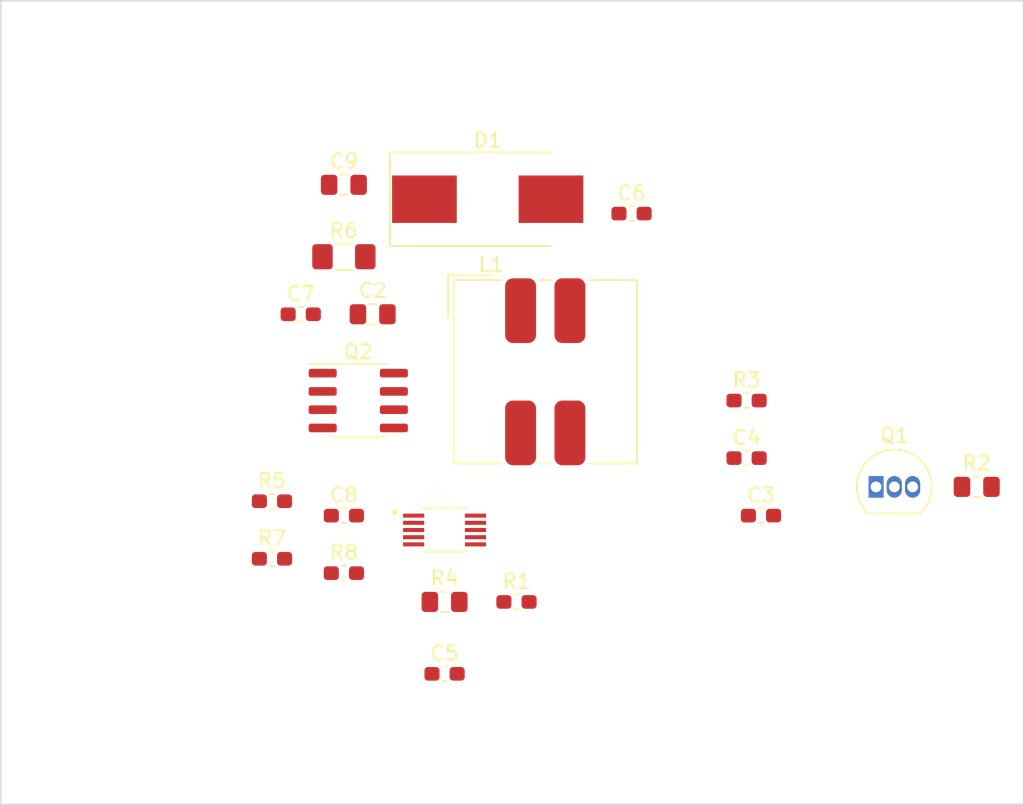
<source format=kicad_pcb>
(kicad_pcb (version 20171130) (host pcbnew "(5.1.6)-1")

  (general
    (thickness 1.6)
    (drawings 4)
    (tracks 0)
    (zones 0)
    (modules 21)
    (nets 16)
  )

  (page A4)
  (layers
    (0 F.Cu signal)
    (31 B.Cu signal)
    (32 B.Adhes user)
    (33 F.Adhes user)
    (34 B.Paste user)
    (35 F.Paste user)
    (36 B.SilkS user)
    (37 F.SilkS user)
    (38 B.Mask user)
    (39 F.Mask user)
    (40 Dwgs.User user)
    (41 Cmts.User user)
    (42 Eco1.User user)
    (43 Eco2.User user)
    (44 Edge.Cuts user)
    (45 Margin user)
    (46 B.CrtYd user)
    (47 F.CrtYd user)
    (48 B.Fab user)
    (49 F.Fab user)
  )

  (setup
    (last_trace_width 0.25)
    (trace_clearance 0.2)
    (zone_clearance 0.508)
    (zone_45_only no)
    (trace_min 0.2)
    (via_size 0.8)
    (via_drill 0.4)
    (via_min_size 0.4)
    (via_min_drill 0.3)
    (uvia_size 0.3)
    (uvia_drill 0.1)
    (uvias_allowed no)
    (uvia_min_size 0.2)
    (uvia_min_drill 0.1)
    (edge_width 0.1)
    (segment_width 0.2)
    (pcb_text_width 0.3)
    (pcb_text_size 1.5 1.5)
    (mod_edge_width 0.15)
    (mod_text_size 1 1)
    (mod_text_width 0.15)
    (pad_size 1.524 1.524)
    (pad_drill 0.762)
    (pad_to_mask_clearance 0)
    (aux_axis_origin 0 0)
    (visible_elements 7FFFFFFF)
    (pcbplotparams
      (layerselection 0x010fc_ffffffff)
      (usegerberextensions false)
      (usegerberattributes true)
      (usegerberadvancedattributes true)
      (creategerberjobfile true)
      (excludeedgelayer true)
      (linewidth 0.100000)
      (plotframeref false)
      (viasonmask false)
      (mode 1)
      (useauxorigin false)
      (hpglpennumber 1)
      (hpglpenspeed 20)
      (hpglpendiameter 15.000000)
      (psnegative false)
      (psa4output false)
      (plotreference true)
      (plotvalue true)
      (plotinvisibletext false)
      (padsonsilk false)
      (subtractmaskfromsilk false)
      (outputformat 1)
      (mirror false)
      (drillshape 1)
      (scaleselection 1)
      (outputdirectory ""))
  )

  (net 0 "")
  (net 1 "/LM3481 SEPIC Converter/VIN")
  (net 2 GNDPWR)
  (net 3 "Net-(C3-Pad1)")
  (net 4 "Net-(C4-Pad1)")
  (net 5 "Net-(C5-Pad1)")
  (net 6 "Net-(C6-Pad1)")
  (net 7 "Net-(C6-Pad2)")
  (net 8 "Net-(C8-Pad1)")
  (net 9 "/LM3481 SEPIC Converter/VOUT")
  (net 10 "Net-(IC1-Pad2)")
  (net 11 "Net-(IC1-Pad4)")
  (net 12 "Net-(IC1-Pad6)")
  (net 13 "Net-(IC1-Pad8)")
  (net 14 "/LM3481 SEPIC Converter/EN")
  (net 15 "Net-(Q2-Pad1)")

  (net_class Default "This is the default net class."
    (clearance 0.2)
    (trace_width 0.25)
    (via_dia 0.8)
    (via_drill 0.4)
    (uvia_dia 0.3)
    (uvia_drill 0.1)
    (add_net "/LM3481 SEPIC Converter/EN")
    (add_net "/LM3481 SEPIC Converter/VIN")
    (add_net "/LM3481 SEPIC Converter/VOUT")
    (add_net GNDPWR)
    (add_net "Net-(C3-Pad1)")
    (add_net "Net-(C4-Pad1)")
    (add_net "Net-(C5-Pad1)")
    (add_net "Net-(C6-Pad1)")
    (add_net "Net-(C6-Pad2)")
    (add_net "Net-(C8-Pad1)")
    (add_net "Net-(IC1-Pad2)")
    (add_net "Net-(IC1-Pad4)")
    (add_net "Net-(IC1-Pad6)")
    (add_net "Net-(IC1-Pad8)")
    (add_net "Net-(Q2-Pad1)")
  )

  (module Capacitor_SMD:C_0805_2012Metric_Pad1.15x1.40mm_HandSolder placed (layer F.Cu) (tedit 5B36C52B) (tstamp 5F89E28C)
    (at 130 98)
    (descr "Capacitor SMD 0805 (2012 Metric), square (rectangular) end terminal, IPC_7351 nominal with elongated pad for handsoldering. (Body size source: https://docs.google.com/spreadsheets/d/1BsfQQcO9C6DZCsRaXUlFlo91Tg2WpOkGARC1WS5S8t0/edit?usp=sharing), generated with kicad-footprint-generator")
    (tags "capacitor handsolder")
    (path /5F842E6C/5F8E5603)
    (attr smd)
    (fp_text reference C2 (at 0 -1.65) (layer F.SilkS)
      (effects (font (size 1 1) (thickness 0.15)))
    )
    (fp_text value 2.2uF (at 0 1.65) (layer F.Fab)
      (effects (font (size 1 1) (thickness 0.15)))
    )
    (fp_line (start 1.85 0.95) (end -1.85 0.95) (layer F.CrtYd) (width 0.05))
    (fp_line (start 1.85 -0.95) (end 1.85 0.95) (layer F.CrtYd) (width 0.05))
    (fp_line (start -1.85 -0.95) (end 1.85 -0.95) (layer F.CrtYd) (width 0.05))
    (fp_line (start -1.85 0.95) (end -1.85 -0.95) (layer F.CrtYd) (width 0.05))
    (fp_line (start -0.261252 0.71) (end 0.261252 0.71) (layer F.SilkS) (width 0.12))
    (fp_line (start -0.261252 -0.71) (end 0.261252 -0.71) (layer F.SilkS) (width 0.12))
    (fp_line (start 1 0.6) (end -1 0.6) (layer F.Fab) (width 0.1))
    (fp_line (start 1 -0.6) (end 1 0.6) (layer F.Fab) (width 0.1))
    (fp_line (start -1 -0.6) (end 1 -0.6) (layer F.Fab) (width 0.1))
    (fp_line (start -1 0.6) (end -1 -0.6) (layer F.Fab) (width 0.1))
    (fp_text user %R (at 0 0) (layer F.Fab)
      (effects (font (size 0.5 0.5) (thickness 0.08)))
    )
    (pad 1 smd roundrect (at -1.025 0) (size 1.15 1.4) (layers F.Cu F.Paste F.Mask) (roundrect_rratio 0.217391)
      (net 1 "/LM3481 SEPIC Converter/VIN"))
    (pad 2 smd roundrect (at 1.025 0) (size 1.15 1.4) (layers F.Cu F.Paste F.Mask) (roundrect_rratio 0.217391)
      (net 2 GNDPWR))
    (model ${KISYS3DMOD}/Capacitor_SMD.3dshapes/C_0805_2012Metric.wrl
      (at (xyz 0 0 0))
      (scale (xyz 1 1 1))
      (rotate (xyz 0 0 0))
    )
  )

  (module Capacitor_SMD:C_0603_1608Metric_Pad1.05x0.95mm_HandSolder placed (layer F.Cu) (tedit 5B301BBE) (tstamp 5F89E29D)
    (at 157 112)
    (descr "Capacitor SMD 0603 (1608 Metric), square (rectangular) end terminal, IPC_7351 nominal with elongated pad for handsoldering. (Body size source: http://www.tortai-tech.com/upload/download/2011102023233369053.pdf), generated with kicad-footprint-generator")
    (tags "capacitor handsolder")
    (path /5F842E6C/5F8ACB1D)
    (attr smd)
    (fp_text reference C3 (at 0 -1.43) (layer F.SilkS)
      (effects (font (size 1 1) (thickness 0.15)))
    )
    (fp_text value 1.2nF (at 0 1.43) (layer F.Fab)
      (effects (font (size 1 1) (thickness 0.15)))
    )
    (fp_line (start -0.8 0.4) (end -0.8 -0.4) (layer F.Fab) (width 0.1))
    (fp_line (start -0.8 -0.4) (end 0.8 -0.4) (layer F.Fab) (width 0.1))
    (fp_line (start 0.8 -0.4) (end 0.8 0.4) (layer F.Fab) (width 0.1))
    (fp_line (start 0.8 0.4) (end -0.8 0.4) (layer F.Fab) (width 0.1))
    (fp_line (start -0.171267 -0.51) (end 0.171267 -0.51) (layer F.SilkS) (width 0.12))
    (fp_line (start -0.171267 0.51) (end 0.171267 0.51) (layer F.SilkS) (width 0.12))
    (fp_line (start -1.65 0.73) (end -1.65 -0.73) (layer F.CrtYd) (width 0.05))
    (fp_line (start -1.65 -0.73) (end 1.65 -0.73) (layer F.CrtYd) (width 0.05))
    (fp_line (start 1.65 -0.73) (end 1.65 0.73) (layer F.CrtYd) (width 0.05))
    (fp_line (start 1.65 0.73) (end -1.65 0.73) (layer F.CrtYd) (width 0.05))
    (fp_text user %R (at 0 0) (layer F.Fab)
      (effects (font (size 0.4 0.4) (thickness 0.06)))
    )
    (pad 2 smd roundrect (at 0.875 0) (size 1.05 0.95) (layers F.Cu F.Paste F.Mask) (roundrect_rratio 0.25)
      (net 2 GNDPWR))
    (pad 1 smd roundrect (at -0.875 0) (size 1.05 0.95) (layers F.Cu F.Paste F.Mask) (roundrect_rratio 0.25)
      (net 3 "Net-(C3-Pad1)"))
    (model ${KISYS3DMOD}/Capacitor_SMD.3dshapes/C_0603_1608Metric.wrl
      (at (xyz 0 0 0))
      (scale (xyz 1 1 1))
      (rotate (xyz 0 0 0))
    )
  )

  (module Capacitor_SMD:C_0603_1608Metric_Pad1.05x0.95mm_HandSolder placed (layer F.Cu) (tedit 5B301BBE) (tstamp 5F89E2AE)
    (at 156 108)
    (descr "Capacitor SMD 0603 (1608 Metric), square (rectangular) end terminal, IPC_7351 nominal with elongated pad for handsoldering. (Body size source: http://www.tortai-tech.com/upload/download/2011102023233369053.pdf), generated with kicad-footprint-generator")
    (tags "capacitor handsolder")
    (path /5F842E6C/5F8AD2F2)
    (attr smd)
    (fp_text reference C4 (at 0 -1.43) (layer F.SilkS)
      (effects (font (size 1 1) (thickness 0.15)))
    )
    (fp_text value 330nF (at 0 1.43) (layer F.Fab)
      (effects (font (size 1 1) (thickness 0.15)))
    )
    (fp_line (start 1.65 0.73) (end -1.65 0.73) (layer F.CrtYd) (width 0.05))
    (fp_line (start 1.65 -0.73) (end 1.65 0.73) (layer F.CrtYd) (width 0.05))
    (fp_line (start -1.65 -0.73) (end 1.65 -0.73) (layer F.CrtYd) (width 0.05))
    (fp_line (start -1.65 0.73) (end -1.65 -0.73) (layer F.CrtYd) (width 0.05))
    (fp_line (start -0.171267 0.51) (end 0.171267 0.51) (layer F.SilkS) (width 0.12))
    (fp_line (start -0.171267 -0.51) (end 0.171267 -0.51) (layer F.SilkS) (width 0.12))
    (fp_line (start 0.8 0.4) (end -0.8 0.4) (layer F.Fab) (width 0.1))
    (fp_line (start 0.8 -0.4) (end 0.8 0.4) (layer F.Fab) (width 0.1))
    (fp_line (start -0.8 -0.4) (end 0.8 -0.4) (layer F.Fab) (width 0.1))
    (fp_line (start -0.8 0.4) (end -0.8 -0.4) (layer F.Fab) (width 0.1))
    (fp_text user %R (at 0 0) (layer F.Fab)
      (effects (font (size 0.4 0.4) (thickness 0.06)))
    )
    (pad 1 smd roundrect (at -0.875 0) (size 1.05 0.95) (layers F.Cu F.Paste F.Mask) (roundrect_rratio 0.25)
      (net 4 "Net-(C4-Pad1)"))
    (pad 2 smd roundrect (at 0.875 0) (size 1.05 0.95) (layers F.Cu F.Paste F.Mask) (roundrect_rratio 0.25)
      (net 2 GNDPWR))
    (model ${KISYS3DMOD}/Capacitor_SMD.3dshapes/C_0603_1608Metric.wrl
      (at (xyz 0 0 0))
      (scale (xyz 1 1 1))
      (rotate (xyz 0 0 0))
    )
  )

  (module Capacitor_SMD:C_0603_1608Metric_Pad1.05x0.95mm_HandSolder placed (layer F.Cu) (tedit 5B301BBE) (tstamp 5F89E2BF)
    (at 135 123)
    (descr "Capacitor SMD 0603 (1608 Metric), square (rectangular) end terminal, IPC_7351 nominal with elongated pad for handsoldering. (Body size source: http://www.tortai-tech.com/upload/download/2011102023233369053.pdf), generated with kicad-footprint-generator")
    (tags "capacitor handsolder")
    (path /5F842E6C/5F87EF23)
    (attr smd)
    (fp_text reference C5 (at 0 -1.43) (layer F.SilkS)
      (effects (font (size 1 1) (thickness 0.15)))
    )
    (fp_text value 470nF (at 0 1.43) (layer F.Fab)
      (effects (font (size 1 1) (thickness 0.15)))
    )
    (fp_line (start 1.65 0.73) (end -1.65 0.73) (layer F.CrtYd) (width 0.05))
    (fp_line (start 1.65 -0.73) (end 1.65 0.73) (layer F.CrtYd) (width 0.05))
    (fp_line (start -1.65 -0.73) (end 1.65 -0.73) (layer F.CrtYd) (width 0.05))
    (fp_line (start -1.65 0.73) (end -1.65 -0.73) (layer F.CrtYd) (width 0.05))
    (fp_line (start -0.171267 0.51) (end 0.171267 0.51) (layer F.SilkS) (width 0.12))
    (fp_line (start -0.171267 -0.51) (end 0.171267 -0.51) (layer F.SilkS) (width 0.12))
    (fp_line (start 0.8 0.4) (end -0.8 0.4) (layer F.Fab) (width 0.1))
    (fp_line (start 0.8 -0.4) (end 0.8 0.4) (layer F.Fab) (width 0.1))
    (fp_line (start -0.8 -0.4) (end 0.8 -0.4) (layer F.Fab) (width 0.1))
    (fp_line (start -0.8 0.4) (end -0.8 -0.4) (layer F.Fab) (width 0.1))
    (fp_text user %R (at 0 0) (layer F.Fab)
      (effects (font (size 0.4 0.4) (thickness 0.06)))
    )
    (pad 1 smd roundrect (at -0.875 0) (size 1.05 0.95) (layers F.Cu F.Paste F.Mask) (roundrect_rratio 0.25)
      (net 5 "Net-(C5-Pad1)"))
    (pad 2 smd roundrect (at 0.875 0) (size 1.05 0.95) (layers F.Cu F.Paste F.Mask) (roundrect_rratio 0.25)
      (net 2 GNDPWR))
    (model ${KISYS3DMOD}/Capacitor_SMD.3dshapes/C_0603_1608Metric.wrl
      (at (xyz 0 0 0))
      (scale (xyz 1 1 1))
      (rotate (xyz 0 0 0))
    )
  )

  (module Capacitor_SMD:C_0603_1608Metric_Pad1.05x0.95mm_HandSolder placed (layer F.Cu) (tedit 5B301BBE) (tstamp 5F89E2D0)
    (at 148 91)
    (descr "Capacitor SMD 0603 (1608 Metric), square (rectangular) end terminal, IPC_7351 nominal with elongated pad for handsoldering. (Body size source: http://www.tortai-tech.com/upload/download/2011102023233369053.pdf), generated with kicad-footprint-generator")
    (tags "capacitor handsolder")
    (path /5F842E6C/5F85BFDA)
    (attr smd)
    (fp_text reference C6 (at 0 -1.43) (layer F.SilkS)
      (effects (font (size 1 1) (thickness 0.15)))
    )
    (fp_text value 4.7uF (at 0 1.43) (layer F.Fab)
      (effects (font (size 1 1) (thickness 0.15)))
    )
    (fp_line (start 1.65 0.73) (end -1.65 0.73) (layer F.CrtYd) (width 0.05))
    (fp_line (start 1.65 -0.73) (end 1.65 0.73) (layer F.CrtYd) (width 0.05))
    (fp_line (start -1.65 -0.73) (end 1.65 -0.73) (layer F.CrtYd) (width 0.05))
    (fp_line (start -1.65 0.73) (end -1.65 -0.73) (layer F.CrtYd) (width 0.05))
    (fp_line (start -0.171267 0.51) (end 0.171267 0.51) (layer F.SilkS) (width 0.12))
    (fp_line (start -0.171267 -0.51) (end 0.171267 -0.51) (layer F.SilkS) (width 0.12))
    (fp_line (start 0.8 0.4) (end -0.8 0.4) (layer F.Fab) (width 0.1))
    (fp_line (start 0.8 -0.4) (end 0.8 0.4) (layer F.Fab) (width 0.1))
    (fp_line (start -0.8 -0.4) (end 0.8 -0.4) (layer F.Fab) (width 0.1))
    (fp_line (start -0.8 0.4) (end -0.8 -0.4) (layer F.Fab) (width 0.1))
    (fp_text user %R (at 0 0) (layer F.Fab)
      (effects (font (size 0.4 0.4) (thickness 0.06)))
    )
    (pad 1 smd roundrect (at -0.875 0) (size 1.05 0.95) (layers F.Cu F.Paste F.Mask) (roundrect_rratio 0.25)
      (net 6 "Net-(C6-Pad1)"))
    (pad 2 smd roundrect (at 0.875 0) (size 1.05 0.95) (layers F.Cu F.Paste F.Mask) (roundrect_rratio 0.25)
      (net 7 "Net-(C6-Pad2)"))
    (model ${KISYS3DMOD}/Capacitor_SMD.3dshapes/C_0603_1608Metric.wrl
      (at (xyz 0 0 0))
      (scale (xyz 1 1 1))
      (rotate (xyz 0 0 0))
    )
  )

  (module Capacitor_SMD:C_0603_1608Metric_Pad1.05x0.95mm_HandSolder placed (layer F.Cu) (tedit 5B301BBE) (tstamp 5F89E2E1)
    (at 125 98)
    (descr "Capacitor SMD 0603 (1608 Metric), square (rectangular) end terminal, IPC_7351 nominal with elongated pad for handsoldering. (Body size source: http://www.tortai-tech.com/upload/download/2011102023233369053.pdf), generated with kicad-footprint-generator")
    (tags "capacitor handsolder")
    (path /5F842E6C/5F8D7CD8)
    (attr smd)
    (fp_text reference C7 (at 0 -1.43) (layer F.SilkS)
      (effects (font (size 1 1) (thickness 0.15)))
    )
    (fp_text value 100nF (at 0 1.43) (layer F.Fab)
      (effects (font (size 1 1) (thickness 0.15)))
    )
    (fp_line (start -0.8 0.4) (end -0.8 -0.4) (layer F.Fab) (width 0.1))
    (fp_line (start -0.8 -0.4) (end 0.8 -0.4) (layer F.Fab) (width 0.1))
    (fp_line (start 0.8 -0.4) (end 0.8 0.4) (layer F.Fab) (width 0.1))
    (fp_line (start 0.8 0.4) (end -0.8 0.4) (layer F.Fab) (width 0.1))
    (fp_line (start -0.171267 -0.51) (end 0.171267 -0.51) (layer F.SilkS) (width 0.12))
    (fp_line (start -0.171267 0.51) (end 0.171267 0.51) (layer F.SilkS) (width 0.12))
    (fp_line (start -1.65 0.73) (end -1.65 -0.73) (layer F.CrtYd) (width 0.05))
    (fp_line (start -1.65 -0.73) (end 1.65 -0.73) (layer F.CrtYd) (width 0.05))
    (fp_line (start 1.65 -0.73) (end 1.65 0.73) (layer F.CrtYd) (width 0.05))
    (fp_line (start 1.65 0.73) (end -1.65 0.73) (layer F.CrtYd) (width 0.05))
    (fp_text user %R (at 0 0) (layer F.Fab)
      (effects (font (size 0.4 0.4) (thickness 0.06)))
    )
    (pad 2 smd roundrect (at 0.875 0) (size 1.05 0.95) (layers F.Cu F.Paste F.Mask) (roundrect_rratio 0.25)
      (net 2 GNDPWR))
    (pad 1 smd roundrect (at -0.875 0) (size 1.05 0.95) (layers F.Cu F.Paste F.Mask) (roundrect_rratio 0.25)
      (net 1 "/LM3481 SEPIC Converter/VIN"))
    (model ${KISYS3DMOD}/Capacitor_SMD.3dshapes/C_0603_1608Metric.wrl
      (at (xyz 0 0 0))
      (scale (xyz 1 1 1))
      (rotate (xyz 0 0 0))
    )
  )

  (module Capacitor_SMD:C_0603_1608Metric_Pad1.05x0.95mm_HandSolder placed (layer F.Cu) (tedit 5B301BBE) (tstamp 5F89E2F2)
    (at 128 112)
    (descr "Capacitor SMD 0603 (1608 Metric), square (rectangular) end terminal, IPC_7351 nominal with elongated pad for handsoldering. (Body size source: http://www.tortai-tech.com/upload/download/2011102023233369053.pdf), generated with kicad-footprint-generator")
    (tags "capacitor handsolder")
    (path /5F842E6C/5F89A682)
    (attr smd)
    (fp_text reference C8 (at 0 -1.43) (layer F.SilkS)
      (effects (font (size 1 1) (thickness 0.15)))
    )
    (fp_text value 470pF (at 0 1.43) (layer F.Fab)
      (effects (font (size 1 1) (thickness 0.15)))
    )
    (fp_line (start -0.8 0.4) (end -0.8 -0.4) (layer F.Fab) (width 0.1))
    (fp_line (start -0.8 -0.4) (end 0.8 -0.4) (layer F.Fab) (width 0.1))
    (fp_line (start 0.8 -0.4) (end 0.8 0.4) (layer F.Fab) (width 0.1))
    (fp_line (start 0.8 0.4) (end -0.8 0.4) (layer F.Fab) (width 0.1))
    (fp_line (start -0.171267 -0.51) (end 0.171267 -0.51) (layer F.SilkS) (width 0.12))
    (fp_line (start -0.171267 0.51) (end 0.171267 0.51) (layer F.SilkS) (width 0.12))
    (fp_line (start -1.65 0.73) (end -1.65 -0.73) (layer F.CrtYd) (width 0.05))
    (fp_line (start -1.65 -0.73) (end 1.65 -0.73) (layer F.CrtYd) (width 0.05))
    (fp_line (start 1.65 -0.73) (end 1.65 0.73) (layer F.CrtYd) (width 0.05))
    (fp_line (start 1.65 0.73) (end -1.65 0.73) (layer F.CrtYd) (width 0.05))
    (fp_text user %R (at 0 0) (layer F.Fab)
      (effects (font (size 0.4 0.4) (thickness 0.06)))
    )
    (pad 2 smd roundrect (at 0.875 0) (size 1.05 0.95) (layers F.Cu F.Paste F.Mask) (roundrect_rratio 0.25)
      (net 2 GNDPWR))
    (pad 1 smd roundrect (at -0.875 0) (size 1.05 0.95) (layers F.Cu F.Paste F.Mask) (roundrect_rratio 0.25)
      (net 8 "Net-(C8-Pad1)"))
    (model ${KISYS3DMOD}/Capacitor_SMD.3dshapes/C_0603_1608Metric.wrl
      (at (xyz 0 0 0))
      (scale (xyz 1 1 1))
      (rotate (xyz 0 0 0))
    )
  )

  (module Capacitor_SMD:C_0805_2012Metric_Pad1.15x1.40mm_HandSolder placed (layer F.Cu) (tedit 5B36C52B) (tstamp 5F89E303)
    (at 128 89)
    (descr "Capacitor SMD 0805 (2012 Metric), square (rectangular) end terminal, IPC_7351 nominal with elongated pad for handsoldering. (Body size source: https://docs.google.com/spreadsheets/d/1BsfQQcO9C6DZCsRaXUlFlo91Tg2WpOkGARC1WS5S8t0/edit?usp=sharing), generated with kicad-footprint-generator")
    (tags "capacitor handsolder")
    (path /5F842E6C/5F854916)
    (attr smd)
    (fp_text reference C9 (at 0 -1.65) (layer F.SilkS)
      (effects (font (size 1 1) (thickness 0.15)))
    )
    (fp_text value 2.2u (at 0 1.65) (layer F.Fab)
      (effects (font (size 1 1) (thickness 0.15)))
    )
    (fp_line (start -1 0.6) (end -1 -0.6) (layer F.Fab) (width 0.1))
    (fp_line (start -1 -0.6) (end 1 -0.6) (layer F.Fab) (width 0.1))
    (fp_line (start 1 -0.6) (end 1 0.6) (layer F.Fab) (width 0.1))
    (fp_line (start 1 0.6) (end -1 0.6) (layer F.Fab) (width 0.1))
    (fp_line (start -0.261252 -0.71) (end 0.261252 -0.71) (layer F.SilkS) (width 0.12))
    (fp_line (start -0.261252 0.71) (end 0.261252 0.71) (layer F.SilkS) (width 0.12))
    (fp_line (start -1.85 0.95) (end -1.85 -0.95) (layer F.CrtYd) (width 0.05))
    (fp_line (start -1.85 -0.95) (end 1.85 -0.95) (layer F.CrtYd) (width 0.05))
    (fp_line (start 1.85 -0.95) (end 1.85 0.95) (layer F.CrtYd) (width 0.05))
    (fp_line (start 1.85 0.95) (end -1.85 0.95) (layer F.CrtYd) (width 0.05))
    (fp_text user %R (at 0 0) (layer F.Fab)
      (effects (font (size 0.5 0.5) (thickness 0.08)))
    )
    (pad 2 smd roundrect (at 1.025 0) (size 1.15 1.4) (layers F.Cu F.Paste F.Mask) (roundrect_rratio 0.217391)
      (net 2 GNDPWR))
    (pad 1 smd roundrect (at -1.025 0) (size 1.15 1.4) (layers F.Cu F.Paste F.Mask) (roundrect_rratio 0.217391)
      (net 9 "/LM3481 SEPIC Converter/VOUT"))
    (model ${KISYS3DMOD}/Capacitor_SMD.3dshapes/C_0805_2012Metric.wrl
      (at (xyz 0 0 0))
      (scale (xyz 1 1 1))
      (rotate (xyz 0 0 0))
    )
  )

  (module Diode_SMD:D_SMC_Handsoldering placed (layer F.Cu) (tedit 58642B03) (tstamp 5F89E31B)
    (at 138 90)
    (descr "Diode SMC (DO-214AB) Handsoldering")
    (tags "Diode SMC (DO-214AB) Handsoldering")
    (path /5F842E6C/5F856C41)
    (attr smd)
    (fp_text reference D1 (at 0 -4.1) (layer F.SilkS)
      (effects (font (size 1 1) (thickness 0.15)))
    )
    (fp_text value D_Schottky (at 0 4.2) (layer F.Fab)
      (effects (font (size 1 1) (thickness 0.15)))
    )
    (fp_line (start -6.8 -3.25) (end 4.4 -3.25) (layer F.SilkS) (width 0.12))
    (fp_line (start -6.8 3.25) (end 4.4 3.25) (layer F.SilkS) (width 0.12))
    (fp_line (start -0.64944 0.00102) (end 0.50118 -0.79908) (layer F.Fab) (width 0.1))
    (fp_line (start -0.64944 0.00102) (end 0.50118 0.75032) (layer F.Fab) (width 0.1))
    (fp_line (start 0.50118 0.75032) (end 0.50118 -0.79908) (layer F.Fab) (width 0.1))
    (fp_line (start -0.64944 -0.79908) (end -0.64944 0.80112) (layer F.Fab) (width 0.1))
    (fp_line (start 0.50118 0.00102) (end 1.4994 0.00102) (layer F.Fab) (width 0.1))
    (fp_line (start -0.64944 0.00102) (end -1.55114 0.00102) (layer F.Fab) (width 0.1))
    (fp_line (start -6.9 3.35) (end -6.9 -3.35) (layer F.CrtYd) (width 0.05))
    (fp_line (start 6.9 3.35) (end -6.9 3.35) (layer F.CrtYd) (width 0.05))
    (fp_line (start 6.9 -3.35) (end 6.9 3.35) (layer F.CrtYd) (width 0.05))
    (fp_line (start -6.9 -3.35) (end 6.9 -3.35) (layer F.CrtYd) (width 0.05))
    (fp_line (start 3.55 -3.1) (end -3.55 -3.1) (layer F.Fab) (width 0.1))
    (fp_line (start 3.55 -3.1) (end 3.55 3.1) (layer F.Fab) (width 0.1))
    (fp_line (start -3.55 3.1) (end -3.55 -3.1) (layer F.Fab) (width 0.1))
    (fp_line (start 3.55 3.1) (end -3.55 3.1) (layer F.Fab) (width 0.1))
    (fp_line (start -6.8 3.25) (end -6.8 -3.25) (layer F.SilkS) (width 0.12))
    (fp_text user %R (at 0 -1.5) (layer F.Fab)
      (effects (font (size 1 1) (thickness 0.15)))
    )
    (pad 1 smd rect (at -4.4 0 90) (size 3.3 4.5) (layers F.Cu F.Paste F.Mask)
      (net 9 "/LM3481 SEPIC Converter/VOUT"))
    (pad 2 smd rect (at 4.4 0 90) (size 3.3 4.5) (layers F.Cu F.Paste F.Mask)
      (net 7 "Net-(C6-Pad2)"))
    (model ${KISYS3DMOD}/Diode_SMD.3dshapes/D_SMC.wrl
      (at (xyz 0 0 0))
      (scale (xyz 1 1 1))
      (rotate (xyz 0 0 0))
    )
  )

  (module "LED Power Board parts:SOP50P490X110-10N" placed (layer F.Cu) (tedit 5F897FA6) (tstamp 5F89E335)
    (at 135 113)
    (path /5F842E6C/5F843133)
    (fp_text reference IC1 (at -0.46 -2.508) (layer F.SilkS)
      (effects (font (size 0.8 0.8) (thickness 0.015)))
    )
    (fp_text value LM3481MM (at 5.636 2.508) (layer F.Fab)
      (effects (font (size 0.8 0.8) (thickness 0.015)))
    )
    (fp_line (start 3.135 -1.75) (end 3.135 1.75) (layer F.CrtYd) (width 0.05))
    (fp_line (start -3.135 -1.75) (end -3.135 1.75) (layer F.CrtYd) (width 0.05))
    (fp_line (start -3.135 1.75) (end 3.135 1.75) (layer F.CrtYd) (width 0.05))
    (fp_line (start -3.135 -1.75) (end 3.135 -1.75) (layer F.CrtYd) (width 0.05))
    (fp_line (start 1.5 -1.5) (end 1.5 1.5) (layer F.Fab) (width 0.127))
    (fp_line (start -1.5 -1.5) (end -1.5 1.5) (layer F.Fab) (width 0.127))
    (fp_line (start -1.5 1.5) (end 1.5 1.5) (layer F.SilkS) (width 0.127))
    (fp_line (start -1.5 -1.5) (end 1.5 -1.5) (layer F.SilkS) (width 0.127))
    (fp_line (start -1.5 1.5) (end 1.5 1.5) (layer F.Fab) (width 0.127))
    (fp_line (start -1.5 -1.5) (end 1.5 -1.5) (layer F.Fab) (width 0.127))
    (fp_circle (center -3.5 -1.25) (end -3.4 -1.25) (layer F.Fab) (width 0.2))
    (fp_circle (center -3.5 -1.25) (end -3.4 -1.25) (layer F.SilkS) (width 0.2))
    (pad 1 smd rect (at -2.15 -1) (size 1.47 0.28) (layers F.Cu F.Paste F.Mask)
      (net 8 "Net-(C8-Pad1)"))
    (pad 2 smd rect (at -2.15 -0.5) (size 1.47 0.28) (layers F.Cu F.Paste F.Mask)
      (net 10 "Net-(IC1-Pad2)"))
    (pad 3 smd rect (at -2.15 0) (size 1.47 0.28) (layers F.Cu F.Paste F.Mask)
      (net 4 "Net-(C4-Pad1)"))
    (pad 4 smd rect (at -2.15 0.5) (size 1.47 0.28) (layers F.Cu F.Paste F.Mask)
      (net 11 "Net-(IC1-Pad4)"))
    (pad 5 smd rect (at -2.15 1) (size 1.47 0.28) (layers F.Cu F.Paste F.Mask)
      (net 2 GNDPWR))
    (pad 6 smd rect (at 2.15 1) (size 1.47 0.28) (layers F.Cu F.Paste F.Mask)
      (net 12 "Net-(IC1-Pad6)"))
    (pad 7 smd rect (at 2.15 0.5) (size 1.47 0.28) (layers F.Cu F.Paste F.Mask)
      (net 2 GNDPWR))
    (pad 8 smd rect (at 2.15 0) (size 1.47 0.28) (layers F.Cu F.Paste F.Mask)
      (net 13 "Net-(IC1-Pad8)"))
    (pad 9 smd rect (at 2.15 -0.5) (size 1.47 0.28) (layers F.Cu F.Paste F.Mask)
      (net 5 "Net-(C5-Pad1)"))
    (pad 10 smd rect (at 2.15 -1) (size 1.47 0.28) (layers F.Cu F.Paste F.Mask)
      (net 1 "/LM3481 SEPIC Converter/VIN"))
  )

  (module Inductor_SMD:L_Bourns_SRF1260 placed (layer F.Cu) (tedit 5E70CFE0) (tstamp 5F89E361)
    (at 142 102)
    (descr "Inductor, Bourns, SRF1260, 12.5mmx12.5mm (Script generated with StandardBox.py) (https://www.bourns.com/docs/Product-Datasheets/SRF1260.pdf)")
    (tags "Inductor Bourns_SRF1260")
    (path /5F842E6C/5F857E44)
    (attr smd)
    (fp_text reference L1 (at -3.75 -7.45) (layer F.SilkS)
      (effects (font (size 1 1) (thickness 0.15)))
    )
    (fp_text value SRF1260-6R8YCT-ND (at 0 7.25) (layer F.Fab)
      (effects (font (size 1 1) (thickness 0.15)))
    )
    (fp_line (start -6.5 -6.5) (end -6.5 6.5) (layer F.CrtYd) (width 0.05))
    (fp_line (start 3.04 6.5) (end 6.5 6.5) (layer F.CrtYd) (width 0.05))
    (fp_line (start 3.04 6.75) (end 3.04 6.5) (layer F.CrtYd) (width 0.05))
    (fp_line (start 0.39 6.75) (end 3.04 6.75) (layer F.CrtYd) (width 0.05))
    (fp_line (start 0.39 6.5) (end 0.39 6.75) (layer F.CrtYd) (width 0.05))
    (fp_line (start -0.39 6.5) (end 0.39 6.5) (layer F.CrtYd) (width 0.05))
    (fp_line (start -0.39 6.75) (end -0.39 6.5) (layer F.CrtYd) (width 0.05))
    (fp_line (start -3.04 6.75) (end -0.39 6.75) (layer F.CrtYd) (width 0.05))
    (fp_line (start -3.04 6.5) (end -3.04 6.75) (layer F.CrtYd) (width 0.05))
    (fp_line (start -6.5 6.5) (end -3.04 6.5) (layer F.CrtYd) (width 0.05))
    (fp_line (start 6.5 -6.5) (end 6.5 6.5) (layer F.CrtYd) (width 0.05))
    (fp_line (start 3.04 -6.5) (end 6.5 -6.5) (layer F.CrtYd) (width 0.05))
    (fp_line (start 3.04 -6.75) (end 3.04 -6.5) (layer F.CrtYd) (width 0.05))
    (fp_line (start 0.39 -6.75) (end 3.04 -6.75) (layer F.CrtYd) (width 0.05))
    (fp_line (start 0.39 -6.5) (end 0.39 -6.75) (layer F.CrtYd) (width 0.05))
    (fp_line (start -0.39 -6.5) (end 0.39 -6.5) (layer F.CrtYd) (width 0.05))
    (fp_line (start -0.39 -6.75) (end -0.39 -6.5) (layer F.CrtYd) (width 0.05))
    (fp_line (start -3.04 -6.75) (end -0.39 -6.75) (layer F.CrtYd) (width 0.05))
    (fp_line (start -3.04 -6.5) (end -3.04 -6.75) (layer F.CrtYd) (width 0.05))
    (fp_line (start -6.5 -6.5) (end -3.04 -6.5) (layer F.CrtYd) (width 0.05))
    (fp_line (start -6.37 -6.37) (end -6.37 6.37) (layer F.SilkS) (width 0.12))
    (fp_line (start 3.04 6.37) (end 6.37 6.37) (layer F.SilkS) (width 0.12))
    (fp_line (start -0.39 6.37) (end 0.39 6.37) (layer F.SilkS) (width 0.12))
    (fp_line (start -6.37 6.37) (end -3.04 6.37) (layer F.SilkS) (width 0.12))
    (fp_line (start 6.37 -6.37) (end 6.37 6.37) (layer F.SilkS) (width 0.12))
    (fp_line (start 3.04 -6.37) (end 6.37 -6.37) (layer F.SilkS) (width 0.12))
    (fp_line (start -0.39 -6.37) (end 0.39 -6.37) (layer F.SilkS) (width 0.12))
    (fp_line (start -6.37 -6.37) (end -3.04 -6.37) (layer F.SilkS) (width 0.12))
    (fp_line (start -6.75 -6.75) (end -3.75 -6.75) (layer F.SilkS) (width 0.12))
    (fp_line (start -6.75 -3.75) (end -6.75 -6.75) (layer F.SilkS) (width 0.12))
    (fp_line (start -6.25 -5.25) (end -5.25 -6.25) (layer F.Fab) (width 0.1))
    (fp_line (start -6.25 6.25) (end -6.25 -5.25) (layer F.Fab) (width 0.1))
    (fp_line (start 6.25 6.25) (end -6.25 6.25) (layer F.Fab) (width 0.1))
    (fp_line (start 6.25 -6.25) (end 6.25 6.25) (layer F.Fab) (width 0.1))
    (fp_line (start -5.25 -6.25) (end 6.25 -6.25) (layer F.Fab) (width 0.1))
    (fp_text user %R (at 0 0) (layer F.Fab)
      (effects (font (size 1 1) (thickness 0.15)))
    )
    (pad 1 smd roundrect (at -1.715 -4.25) (size 2.15 4.5) (layers F.Cu F.Paste F.Mask) (roundrect_rratio 0.25)
      (net 2 GNDPWR))
    (pad 2 smd roundrect (at 1.715 -4.25) (size 2.15 4.5) (layers F.Cu F.Paste F.Mask) (roundrect_rratio 0.25)
      (net 7 "Net-(C6-Pad2)"))
    (pad 3 smd roundrect (at 1.715 4.25) (size 2.15 4.5) (layers F.Cu F.Paste F.Mask) (roundrect_rratio 0.25)
      (net 1 "/LM3481 SEPIC Converter/VIN"))
    (pad 4 smd roundrect (at -1.715 4.25) (size 2.15 4.5) (layers F.Cu F.Paste F.Mask) (roundrect_rratio 0.25)
      (net 6 "Net-(C6-Pad1)"))
    (model ${KISYS3DMOD}/Inductor_SMD.3dshapes/L_Bourns_SRF1260.wrl
      (at (xyz 0 0 0))
      (scale (xyz 1 1 1))
      (rotate (xyz 0 0 0))
    )
  )

  (module Package_TO_SOT_THT:TO-92_Inline placed (layer F.Cu) (tedit 5A1DD157) (tstamp 5F89E373)
    (at 165 110)
    (descr "TO-92 leads in-line, narrow, oval pads, drill 0.75mm (see NXP sot054_po.pdf)")
    (tags "to-92 sc-43 sc-43a sot54 PA33 transistor")
    (path /5F842E6C/5F855EA7)
    (fp_text reference Q1 (at 1.27 -3.56) (layer F.SilkS)
      (effects (font (size 1 1) (thickness 0.15)))
    )
    (fp_text value 2N7000 (at 1.27 2.79) (layer F.Fab)
      (effects (font (size 1 1) (thickness 0.15)))
    )
    (fp_line (start 4 2.01) (end -1.46 2.01) (layer F.CrtYd) (width 0.05))
    (fp_line (start 4 2.01) (end 4 -2.73) (layer F.CrtYd) (width 0.05))
    (fp_line (start -1.46 -2.73) (end -1.46 2.01) (layer F.CrtYd) (width 0.05))
    (fp_line (start -1.46 -2.73) (end 4 -2.73) (layer F.CrtYd) (width 0.05))
    (fp_line (start -0.5 1.75) (end 3 1.75) (layer F.Fab) (width 0.1))
    (fp_line (start -0.53 1.85) (end 3.07 1.85) (layer F.SilkS) (width 0.12))
    (fp_text user %R (at 1.27 -3.56) (layer F.Fab)
      (effects (font (size 1 1) (thickness 0.15)))
    )
    (fp_arc (start 1.27 0) (end 1.27 -2.48) (angle 135) (layer F.Fab) (width 0.1))
    (fp_arc (start 1.27 0) (end 1.27 -2.6) (angle -135) (layer F.SilkS) (width 0.12))
    (fp_arc (start 1.27 0) (end 1.27 -2.48) (angle -135) (layer F.Fab) (width 0.1))
    (fp_arc (start 1.27 0) (end 1.27 -2.6) (angle 135) (layer F.SilkS) (width 0.12))
    (pad 2 thru_hole oval (at 1.27 0) (size 1.05 1.5) (drill 0.75) (layers *.Cu *.Mask)
      (net 14 "/LM3481 SEPIC Converter/EN"))
    (pad 3 thru_hole oval (at 2.54 0) (size 1.05 1.5) (drill 0.75) (layers *.Cu *.Mask)
      (net 10 "Net-(IC1-Pad2)"))
    (pad 1 thru_hole rect (at 0 0) (size 1.05 1.5) (drill 0.75) (layers *.Cu *.Mask)
      (net 2 GNDPWR))
    (model ${KISYS3DMOD}/Package_TO_SOT_THT.3dshapes/TO-92_Inline.wrl
      (at (xyz 0 0 0))
      (scale (xyz 1 1 1))
      (rotate (xyz 0 0 0))
    )
  )

  (module Package_SO:SOIC-8_3.9x4.9mm_P1.27mm placed (layer F.Cu) (tedit 5D9F72B1) (tstamp 5F89E38D)
    (at 129 104)
    (descr "SOIC, 8 Pin (JEDEC MS-012AA, https://www.analog.com/media/en/package-pcb-resources/package/pkg_pdf/soic_narrow-r/r_8.pdf), generated with kicad-footprint-generator ipc_gullwing_generator.py")
    (tags "SOIC SO")
    (path /5F842E6C/5F868BFB)
    (attr smd)
    (fp_text reference Q2 (at 0 -3.4) (layer F.SilkS)
      (effects (font (size 1 1) (thickness 0.15)))
    )
    (fp_text value AO4264E (at 0 3.4) (layer F.Fab)
      (effects (font (size 1 1) (thickness 0.15)))
    )
    (fp_line (start 3.7 -2.7) (end -3.7 -2.7) (layer F.CrtYd) (width 0.05))
    (fp_line (start 3.7 2.7) (end 3.7 -2.7) (layer F.CrtYd) (width 0.05))
    (fp_line (start -3.7 2.7) (end 3.7 2.7) (layer F.CrtYd) (width 0.05))
    (fp_line (start -3.7 -2.7) (end -3.7 2.7) (layer F.CrtYd) (width 0.05))
    (fp_line (start -1.95 -1.475) (end -0.975 -2.45) (layer F.Fab) (width 0.1))
    (fp_line (start -1.95 2.45) (end -1.95 -1.475) (layer F.Fab) (width 0.1))
    (fp_line (start 1.95 2.45) (end -1.95 2.45) (layer F.Fab) (width 0.1))
    (fp_line (start 1.95 -2.45) (end 1.95 2.45) (layer F.Fab) (width 0.1))
    (fp_line (start -0.975 -2.45) (end 1.95 -2.45) (layer F.Fab) (width 0.1))
    (fp_line (start 0 -2.56) (end -3.45 -2.56) (layer F.SilkS) (width 0.12))
    (fp_line (start 0 -2.56) (end 1.95 -2.56) (layer F.SilkS) (width 0.12))
    (fp_line (start 0 2.56) (end -1.95 2.56) (layer F.SilkS) (width 0.12))
    (fp_line (start 0 2.56) (end 1.95 2.56) (layer F.SilkS) (width 0.12))
    (fp_text user %R (at 0 0) (layer F.Fab)
      (effects (font (size 0.98 0.98) (thickness 0.15)))
    )
    (pad 1 smd roundrect (at -2.475 -1.905) (size 1.95 0.6) (layers F.Cu F.Paste F.Mask) (roundrect_rratio 0.25)
      (net 15 "Net-(Q2-Pad1)"))
    (pad 2 smd roundrect (at -2.475 -0.635) (size 1.95 0.6) (layers F.Cu F.Paste F.Mask) (roundrect_rratio 0.25)
      (net 15 "Net-(Q2-Pad1)"))
    (pad 3 smd roundrect (at -2.475 0.635) (size 1.95 0.6) (layers F.Cu F.Paste F.Mask) (roundrect_rratio 0.25)
      (net 15 "Net-(Q2-Pad1)"))
    (pad 4 smd roundrect (at -2.475 1.905) (size 1.95 0.6) (layers F.Cu F.Paste F.Mask) (roundrect_rratio 0.25)
      (net 13 "Net-(IC1-Pad8)"))
    (pad 5 smd roundrect (at 2.475 1.905) (size 1.95 0.6) (layers F.Cu F.Paste F.Mask) (roundrect_rratio 0.25)
      (net 6 "Net-(C6-Pad1)"))
    (pad 6 smd roundrect (at 2.475 0.635) (size 1.95 0.6) (layers F.Cu F.Paste F.Mask) (roundrect_rratio 0.25)
      (net 6 "Net-(C6-Pad1)"))
    (pad 7 smd roundrect (at 2.475 -0.635) (size 1.95 0.6) (layers F.Cu F.Paste F.Mask) (roundrect_rratio 0.25)
      (net 6 "Net-(C6-Pad1)"))
    (pad 8 smd roundrect (at 2.475 -1.905) (size 1.95 0.6) (layers F.Cu F.Paste F.Mask) (roundrect_rratio 0.25)
      (net 6 "Net-(C6-Pad1)"))
    (model ${KISYS3DMOD}/Package_SO.3dshapes/SOIC-8_3.9x4.9mm_P1.27mm.wrl
      (at (xyz 0 0 0))
      (scale (xyz 1 1 1))
      (rotate (xyz 0 0 0))
    )
  )

  (module Resistor_SMD:R_0603_1608Metric_Pad1.05x0.95mm_HandSolder placed (layer F.Cu) (tedit 5B301BBD) (tstamp 5F89E39E)
    (at 140 118)
    (descr "Resistor SMD 0603 (1608 Metric), square (rectangular) end terminal, IPC_7351 nominal with elongated pad for handsoldering. (Body size source: http://www.tortai-tech.com/upload/download/2011102023233369053.pdf), generated with kicad-footprint-generator")
    (tags "resistor handsolder")
    (path /5F842E6C/5F89FF81)
    (attr smd)
    (fp_text reference R1 (at 0 -1.43) (layer F.SilkS)
      (effects (font (size 1 1) (thickness 0.15)))
    )
    (fp_text value 105k (at 0 1.43) (layer F.Fab)
      (effects (font (size 1 1) (thickness 0.15)))
    )
    (fp_line (start -0.8 0.4) (end -0.8 -0.4) (layer F.Fab) (width 0.1))
    (fp_line (start -0.8 -0.4) (end 0.8 -0.4) (layer F.Fab) (width 0.1))
    (fp_line (start 0.8 -0.4) (end 0.8 0.4) (layer F.Fab) (width 0.1))
    (fp_line (start 0.8 0.4) (end -0.8 0.4) (layer F.Fab) (width 0.1))
    (fp_line (start -0.171267 -0.51) (end 0.171267 -0.51) (layer F.SilkS) (width 0.12))
    (fp_line (start -0.171267 0.51) (end 0.171267 0.51) (layer F.SilkS) (width 0.12))
    (fp_line (start -1.65 0.73) (end -1.65 -0.73) (layer F.CrtYd) (width 0.05))
    (fp_line (start -1.65 -0.73) (end 1.65 -0.73) (layer F.CrtYd) (width 0.05))
    (fp_line (start 1.65 -0.73) (end 1.65 0.73) (layer F.CrtYd) (width 0.05))
    (fp_line (start 1.65 0.73) (end -1.65 0.73) (layer F.CrtYd) (width 0.05))
    (fp_text user %R (at 0 0) (layer F.Fab)
      (effects (font (size 0.4 0.4) (thickness 0.06)))
    )
    (pad 2 smd roundrect (at 0.875 0) (size 1.05 0.95) (layers F.Cu F.Paste F.Mask) (roundrect_rratio 0.25)
      (net 10 "Net-(IC1-Pad2)"))
    (pad 1 smd roundrect (at -0.875 0) (size 1.05 0.95) (layers F.Cu F.Paste F.Mask) (roundrect_rratio 0.25)
      (net 1 "/LM3481 SEPIC Converter/VIN"))
    (model ${KISYS3DMOD}/Resistor_SMD.3dshapes/R_0603_1608Metric.wrl
      (at (xyz 0 0 0))
      (scale (xyz 1 1 1))
      (rotate (xyz 0 0 0))
    )
  )

  (module Resistor_SMD:R_0805_2012Metric_Pad1.15x1.40mm_HandSolder placed (layer F.Cu) (tedit 5B36C52B) (tstamp 5F89E3AF)
    (at 172 110)
    (descr "Resistor SMD 0805 (2012 Metric), square (rectangular) end terminal, IPC_7351 nominal with elongated pad for handsoldering. (Body size source: https://docs.google.com/spreadsheets/d/1BsfQQcO9C6DZCsRaXUlFlo91Tg2WpOkGARC1WS5S8t0/edit?usp=sharing), generated with kicad-footprint-generator")
    (tags "resistor handsolder")
    (path /5F842E6C/5F8A094F)
    (attr smd)
    (fp_text reference R2 (at 0 -1.65) (layer F.SilkS)
      (effects (font (size 1 1) (thickness 0.15)))
    )
    (fp_text value 25.5k (at 0 1.65) (layer F.Fab)
      (effects (font (size 1 1) (thickness 0.15)))
    )
    (fp_line (start 1.85 0.95) (end -1.85 0.95) (layer F.CrtYd) (width 0.05))
    (fp_line (start 1.85 -0.95) (end 1.85 0.95) (layer F.CrtYd) (width 0.05))
    (fp_line (start -1.85 -0.95) (end 1.85 -0.95) (layer F.CrtYd) (width 0.05))
    (fp_line (start -1.85 0.95) (end -1.85 -0.95) (layer F.CrtYd) (width 0.05))
    (fp_line (start -0.261252 0.71) (end 0.261252 0.71) (layer F.SilkS) (width 0.12))
    (fp_line (start -0.261252 -0.71) (end 0.261252 -0.71) (layer F.SilkS) (width 0.12))
    (fp_line (start 1 0.6) (end -1 0.6) (layer F.Fab) (width 0.1))
    (fp_line (start 1 -0.6) (end 1 0.6) (layer F.Fab) (width 0.1))
    (fp_line (start -1 -0.6) (end 1 -0.6) (layer F.Fab) (width 0.1))
    (fp_line (start -1 0.6) (end -1 -0.6) (layer F.Fab) (width 0.1))
    (fp_text user %R (at 0 0) (layer F.Fab)
      (effects (font (size 0.5 0.5) (thickness 0.08)))
    )
    (pad 1 smd roundrect (at -1.025 0) (size 1.15 1.4) (layers F.Cu F.Paste F.Mask) (roundrect_rratio 0.217391)
      (net 10 "Net-(IC1-Pad2)"))
    (pad 2 smd roundrect (at 1.025 0) (size 1.15 1.4) (layers F.Cu F.Paste F.Mask) (roundrect_rratio 0.217391)
      (net 2 GNDPWR))
    (model ${KISYS3DMOD}/Resistor_SMD.3dshapes/R_0805_2012Metric.wrl
      (at (xyz 0 0 0))
      (scale (xyz 1 1 1))
      (rotate (xyz 0 0 0))
    )
  )

  (module Resistor_SMD:R_0603_1608Metric_Pad1.05x0.95mm_HandSolder placed (layer F.Cu) (tedit 5B301BBD) (tstamp 5F89E3C0)
    (at 156 104)
    (descr "Resistor SMD 0603 (1608 Metric), square (rectangular) end terminal, IPC_7351 nominal with elongated pad for handsoldering. (Body size source: http://www.tortai-tech.com/upload/download/2011102023233369053.pdf), generated with kicad-footprint-generator")
    (tags "resistor handsolder")
    (path /5F842E6C/5F8AC374)
    (attr smd)
    (fp_text reference R3 (at 0 -1.43) (layer F.SilkS)
      (effects (font (size 1 1) (thickness 0.15)))
    )
    (fp_text value 442 (at 0 1.43) (layer F.Fab)
      (effects (font (size 1 1) (thickness 0.15)))
    )
    (fp_line (start 1.65 0.73) (end -1.65 0.73) (layer F.CrtYd) (width 0.05))
    (fp_line (start 1.65 -0.73) (end 1.65 0.73) (layer F.CrtYd) (width 0.05))
    (fp_line (start -1.65 -0.73) (end 1.65 -0.73) (layer F.CrtYd) (width 0.05))
    (fp_line (start -1.65 0.73) (end -1.65 -0.73) (layer F.CrtYd) (width 0.05))
    (fp_line (start -0.171267 0.51) (end 0.171267 0.51) (layer F.SilkS) (width 0.12))
    (fp_line (start -0.171267 -0.51) (end 0.171267 -0.51) (layer F.SilkS) (width 0.12))
    (fp_line (start 0.8 0.4) (end -0.8 0.4) (layer F.Fab) (width 0.1))
    (fp_line (start 0.8 -0.4) (end 0.8 0.4) (layer F.Fab) (width 0.1))
    (fp_line (start -0.8 -0.4) (end 0.8 -0.4) (layer F.Fab) (width 0.1))
    (fp_line (start -0.8 0.4) (end -0.8 -0.4) (layer F.Fab) (width 0.1))
    (fp_text user %R (at 0 0) (layer F.Fab)
      (effects (font (size 0.4 0.4) (thickness 0.06)))
    )
    (pad 1 smd roundrect (at -0.875 0) (size 1.05 0.95) (layers F.Cu F.Paste F.Mask) (roundrect_rratio 0.25)
      (net 4 "Net-(C4-Pad1)"))
    (pad 2 smd roundrect (at 0.875 0) (size 1.05 0.95) (layers F.Cu F.Paste F.Mask) (roundrect_rratio 0.25)
      (net 3 "Net-(C3-Pad1)"))
    (model ${KISYS3DMOD}/Resistor_SMD.3dshapes/R_0603_1608Metric.wrl
      (at (xyz 0 0 0))
      (scale (xyz 1 1 1))
      (rotate (xyz 0 0 0))
    )
  )

  (module Resistor_SMD:R_0805_2012Metric_Pad1.15x1.40mm_HandSolder placed (layer F.Cu) (tedit 5B36C52B) (tstamp 5F89E3D1)
    (at 135 118)
    (descr "Resistor SMD 0805 (2012 Metric), square (rectangular) end terminal, IPC_7351 nominal with elongated pad for handsoldering. (Body size source: https://docs.google.com/spreadsheets/d/1BsfQQcO9C6DZCsRaXUlFlo91Tg2WpOkGARC1WS5S8t0/edit?usp=sharing), generated with kicad-footprint-generator")
    (tags "resistor handsolder")
    (path /5F842E6C/5F87CFC4)
    (attr smd)
    (fp_text reference R4 (at 0 -1.65) (layer F.SilkS)
      (effects (font (size 1 1) (thickness 0.15)))
    )
    (fp_text value 25.5k (at 0 1.65) (layer F.Fab)
      (effects (font (size 1 1) (thickness 0.15)))
    )
    (fp_line (start -1 0.6) (end -1 -0.6) (layer F.Fab) (width 0.1))
    (fp_line (start -1 -0.6) (end 1 -0.6) (layer F.Fab) (width 0.1))
    (fp_line (start 1 -0.6) (end 1 0.6) (layer F.Fab) (width 0.1))
    (fp_line (start 1 0.6) (end -1 0.6) (layer F.Fab) (width 0.1))
    (fp_line (start -0.261252 -0.71) (end 0.261252 -0.71) (layer F.SilkS) (width 0.12))
    (fp_line (start -0.261252 0.71) (end 0.261252 0.71) (layer F.SilkS) (width 0.12))
    (fp_line (start -1.85 0.95) (end -1.85 -0.95) (layer F.CrtYd) (width 0.05))
    (fp_line (start -1.85 -0.95) (end 1.85 -0.95) (layer F.CrtYd) (width 0.05))
    (fp_line (start 1.85 -0.95) (end 1.85 0.95) (layer F.CrtYd) (width 0.05))
    (fp_line (start 1.85 0.95) (end -1.85 0.95) (layer F.CrtYd) (width 0.05))
    (fp_text user %R (at 0 0) (layer F.Fab)
      (effects (font (size 0.5 0.5) (thickness 0.08)))
    )
    (pad 2 smd roundrect (at 1.025 0) (size 1.15 1.4) (layers F.Cu F.Paste F.Mask) (roundrect_rratio 0.217391)
      (net 12 "Net-(IC1-Pad6)"))
    (pad 1 smd roundrect (at -1.025 0) (size 1.15 1.4) (layers F.Cu F.Paste F.Mask) (roundrect_rratio 0.217391)
      (net 2 GNDPWR))
    (model ${KISYS3DMOD}/Resistor_SMD.3dshapes/R_0805_2012Metric.wrl
      (at (xyz 0 0 0))
      (scale (xyz 1 1 1))
      (rotate (xyz 0 0 0))
    )
  )

  (module Resistor_SMD:R_0603_1608Metric_Pad1.05x0.95mm_HandSolder placed (layer F.Cu) (tedit 5B301BBD) (tstamp 5F89E3E2)
    (at 123 111)
    (descr "Resistor SMD 0603 (1608 Metric), square (rectangular) end terminal, IPC_7351 nominal with elongated pad for handsoldering. (Body size source: http://www.tortai-tech.com/upload/download/2011102023233369053.pdf), generated with kicad-footprint-generator")
    (tags "resistor handsolder")
    (path /5F842E6C/5F8916DF)
    (attr smd)
    (fp_text reference R5 (at 0 -1.43) (layer F.SilkS)
      (effects (font (size 1 1) (thickness 0.15)))
    )
    (fp_text value 100 (at 0 1.43) (layer F.Fab)
      (effects (font (size 1 1) (thickness 0.15)))
    )
    (fp_line (start 1.65 0.73) (end -1.65 0.73) (layer F.CrtYd) (width 0.05))
    (fp_line (start 1.65 -0.73) (end 1.65 0.73) (layer F.CrtYd) (width 0.05))
    (fp_line (start -1.65 -0.73) (end 1.65 -0.73) (layer F.CrtYd) (width 0.05))
    (fp_line (start -1.65 0.73) (end -1.65 -0.73) (layer F.CrtYd) (width 0.05))
    (fp_line (start -0.171267 0.51) (end 0.171267 0.51) (layer F.SilkS) (width 0.12))
    (fp_line (start -0.171267 -0.51) (end 0.171267 -0.51) (layer F.SilkS) (width 0.12))
    (fp_line (start 0.8 0.4) (end -0.8 0.4) (layer F.Fab) (width 0.1))
    (fp_line (start 0.8 -0.4) (end 0.8 0.4) (layer F.Fab) (width 0.1))
    (fp_line (start -0.8 -0.4) (end 0.8 -0.4) (layer F.Fab) (width 0.1))
    (fp_line (start -0.8 0.4) (end -0.8 -0.4) (layer F.Fab) (width 0.1))
    (fp_text user %R (at 0 0) (layer F.Fab)
      (effects (font (size 0.4 0.4) (thickness 0.06)))
    )
    (pad 1 smd roundrect (at -0.875 0) (size 1.05 0.95) (layers F.Cu F.Paste F.Mask) (roundrect_rratio 0.25)
      (net 15 "Net-(Q2-Pad1)"))
    (pad 2 smd roundrect (at 0.875 0) (size 1.05 0.95) (layers F.Cu F.Paste F.Mask) (roundrect_rratio 0.25)
      (net 8 "Net-(C8-Pad1)"))
    (model ${KISYS3DMOD}/Resistor_SMD.3dshapes/R_0603_1608Metric.wrl
      (at (xyz 0 0 0))
      (scale (xyz 1 1 1))
      (rotate (xyz 0 0 0))
    )
  )

  (module Resistor_SMD:R_1206_3216Metric_Pad1.42x1.75mm_HandSolder placed (layer F.Cu) (tedit 5B301BBD) (tstamp 5F89E3F3)
    (at 128 94)
    (descr "Resistor SMD 1206 (3216 Metric), square (rectangular) end terminal, IPC_7351 nominal with elongated pad for handsoldering. (Body size source: http://www.tortai-tech.com/upload/download/2011102023233369053.pdf), generated with kicad-footprint-generator")
    (tags "resistor handsolder")
    (path /5F842E6C/5F86FEEB)
    (attr smd)
    (fp_text reference R6 (at 0 -1.82) (layer F.SilkS)
      (effects (font (size 1 1) (thickness 0.15)))
    )
    (fp_text value 0.006 (at 0 1.82) (layer F.Fab)
      (effects (font (size 1 1) (thickness 0.15)))
    )
    (fp_line (start 2.45 1.12) (end -2.45 1.12) (layer F.CrtYd) (width 0.05))
    (fp_line (start 2.45 -1.12) (end 2.45 1.12) (layer F.CrtYd) (width 0.05))
    (fp_line (start -2.45 -1.12) (end 2.45 -1.12) (layer F.CrtYd) (width 0.05))
    (fp_line (start -2.45 1.12) (end -2.45 -1.12) (layer F.CrtYd) (width 0.05))
    (fp_line (start -0.602064 0.91) (end 0.602064 0.91) (layer F.SilkS) (width 0.12))
    (fp_line (start -0.602064 -0.91) (end 0.602064 -0.91) (layer F.SilkS) (width 0.12))
    (fp_line (start 1.6 0.8) (end -1.6 0.8) (layer F.Fab) (width 0.1))
    (fp_line (start 1.6 -0.8) (end 1.6 0.8) (layer F.Fab) (width 0.1))
    (fp_line (start -1.6 -0.8) (end 1.6 -0.8) (layer F.Fab) (width 0.1))
    (fp_line (start -1.6 0.8) (end -1.6 -0.8) (layer F.Fab) (width 0.1))
    (fp_text user %R (at 0 0) (layer F.Fab)
      (effects (font (size 0.8 0.8) (thickness 0.12)))
    )
    (pad 1 smd roundrect (at -1.4875 0) (size 1.425 1.75) (layers F.Cu F.Paste F.Mask) (roundrect_rratio 0.175439)
      (net 15 "Net-(Q2-Pad1)"))
    (pad 2 smd roundrect (at 1.4875 0) (size 1.425 1.75) (layers F.Cu F.Paste F.Mask) (roundrect_rratio 0.175439)
      (net 2 GNDPWR))
    (model ${KISYS3DMOD}/Resistor_SMD.3dshapes/R_1206_3216Metric.wrl
      (at (xyz 0 0 0))
      (scale (xyz 1 1 1))
      (rotate (xyz 0 0 0))
    )
  )

  (module Resistor_SMD:R_0603_1608Metric_Pad1.05x0.95mm_HandSolder placed (layer F.Cu) (tedit 5B301BBD) (tstamp 5F89E404)
    (at 123 115)
    (descr "Resistor SMD 0603 (1608 Metric), square (rectangular) end terminal, IPC_7351 nominal with elongated pad for handsoldering. (Body size source: http://www.tortai-tech.com/upload/download/2011102023233369053.pdf), generated with kicad-footprint-generator")
    (tags "resistor handsolder")
    (path /5F842E6C/5F851C1A)
    (attr smd)
    (fp_text reference R7 (at 0 -1.43) (layer F.SilkS)
      (effects (font (size 1 1) (thickness 0.15)))
    )
    (fp_text value 105k (at 0 1.43) (layer F.Fab)
      (effects (font (size 1 1) (thickness 0.15)))
    )
    (fp_line (start -0.8 0.4) (end -0.8 -0.4) (layer F.Fab) (width 0.1))
    (fp_line (start -0.8 -0.4) (end 0.8 -0.4) (layer F.Fab) (width 0.1))
    (fp_line (start 0.8 -0.4) (end 0.8 0.4) (layer F.Fab) (width 0.1))
    (fp_line (start 0.8 0.4) (end -0.8 0.4) (layer F.Fab) (width 0.1))
    (fp_line (start -0.171267 -0.51) (end 0.171267 -0.51) (layer F.SilkS) (width 0.12))
    (fp_line (start -0.171267 0.51) (end 0.171267 0.51) (layer F.SilkS) (width 0.12))
    (fp_line (start -1.65 0.73) (end -1.65 -0.73) (layer F.CrtYd) (width 0.05))
    (fp_line (start -1.65 -0.73) (end 1.65 -0.73) (layer F.CrtYd) (width 0.05))
    (fp_line (start 1.65 -0.73) (end 1.65 0.73) (layer F.CrtYd) (width 0.05))
    (fp_line (start 1.65 0.73) (end -1.65 0.73) (layer F.CrtYd) (width 0.05))
    (fp_text user %R (at 0 0) (layer F.Fab)
      (effects (font (size 0.4 0.4) (thickness 0.06)))
    )
    (pad 2 smd roundrect (at 0.875 0) (size 1.05 0.95) (layers F.Cu F.Paste F.Mask) (roundrect_rratio 0.25)
      (net 11 "Net-(IC1-Pad4)"))
    (pad 1 smd roundrect (at -0.875 0) (size 1.05 0.95) (layers F.Cu F.Paste F.Mask) (roundrect_rratio 0.25)
      (net 9 "/LM3481 SEPIC Converter/VOUT"))
    (model ${KISYS3DMOD}/Resistor_SMD.3dshapes/R_0603_1608Metric.wrl
      (at (xyz 0 0 0))
      (scale (xyz 1 1 1))
      (rotate (xyz 0 0 0))
    )
  )

  (module Resistor_SMD:R_0603_1608Metric_Pad1.05x0.95mm_HandSolder placed (layer F.Cu) (tedit 5B301BBD) (tstamp 5F89E415)
    (at 128 116)
    (descr "Resistor SMD 0603 (1608 Metric), square (rectangular) end terminal, IPC_7351 nominal with elongated pad for handsoldering. (Body size source: http://www.tortai-tech.com/upload/download/2011102023233369053.pdf), generated with kicad-footprint-generator")
    (tags "resistor handsolder")
    (path /5F842E6C/5F852752)
    (attr smd)
    (fp_text reference R8 (at 0 -1.43) (layer F.SilkS)
      (effects (font (size 1 1) (thickness 0.15)))
    )
    (fp_text value 6.49k (at 0 1.43) (layer F.Fab)
      (effects (font (size 1 1) (thickness 0.15)))
    )
    (fp_line (start 1.65 0.73) (end -1.65 0.73) (layer F.CrtYd) (width 0.05))
    (fp_line (start 1.65 -0.73) (end 1.65 0.73) (layer F.CrtYd) (width 0.05))
    (fp_line (start -1.65 -0.73) (end 1.65 -0.73) (layer F.CrtYd) (width 0.05))
    (fp_line (start -1.65 0.73) (end -1.65 -0.73) (layer F.CrtYd) (width 0.05))
    (fp_line (start -0.171267 0.51) (end 0.171267 0.51) (layer F.SilkS) (width 0.12))
    (fp_line (start -0.171267 -0.51) (end 0.171267 -0.51) (layer F.SilkS) (width 0.12))
    (fp_line (start 0.8 0.4) (end -0.8 0.4) (layer F.Fab) (width 0.1))
    (fp_line (start 0.8 -0.4) (end 0.8 0.4) (layer F.Fab) (width 0.1))
    (fp_line (start -0.8 -0.4) (end 0.8 -0.4) (layer F.Fab) (width 0.1))
    (fp_line (start -0.8 0.4) (end -0.8 -0.4) (layer F.Fab) (width 0.1))
    (fp_text user %R (at 0 0) (layer F.Fab)
      (effects (font (size 0.4 0.4) (thickness 0.06)))
    )
    (pad 1 smd roundrect (at -0.875 0) (size 1.05 0.95) (layers F.Cu F.Paste F.Mask) (roundrect_rratio 0.25)
      (net 11 "Net-(IC1-Pad4)"))
    (pad 2 smd roundrect (at 0.875 0) (size 1.05 0.95) (layers F.Cu F.Paste F.Mask) (roundrect_rratio 0.25)
      (net 2 GNDPWR))
    (model ${KISYS3DMOD}/Resistor_SMD.3dshapes/R_0603_1608Metric.wrl
      (at (xyz 0 0 0))
      (scale (xyz 1 1 1))
      (rotate (xyz 0 0 0))
    )
  )

  (gr_line (start 104.14 132.08) (end 104.14 76.2) (layer Edge.Cuts) (width 0.1))
  (gr_line (start 175.26 132.08) (end 104.14 132.08) (layer Edge.Cuts) (width 0.1))
  (gr_line (start 175.26 76.2) (end 175.26 132.08) (layer Edge.Cuts) (width 0.1))
  (gr_line (start 104.14 76.2) (end 175.26 76.2) (layer Edge.Cuts) (width 0.1))

)

</source>
